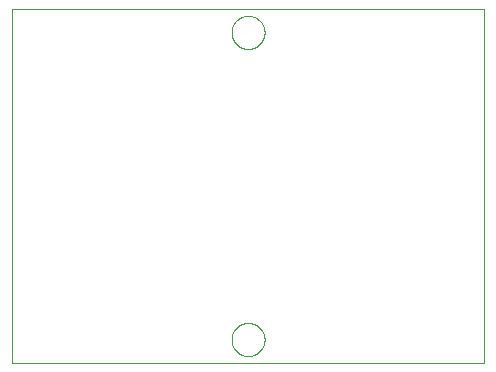
<source format=gtp>
G75*
%MOIN*%
%OFA0B0*%
%FSLAX25Y25*%
%IPPOS*%
%LPD*%
%AMOC8*
5,1,8,0,0,1.08239X$1,22.5*
%
%ADD10C,0.00000*%
D10*
X0008000Y0021082D02*
X0008000Y0139193D01*
X0165480Y0139193D01*
X0165480Y0021082D01*
X0008000Y0021082D01*
X0081228Y0028956D02*
X0081230Y0029104D01*
X0081236Y0029252D01*
X0081246Y0029400D01*
X0081260Y0029547D01*
X0081278Y0029694D01*
X0081299Y0029840D01*
X0081325Y0029986D01*
X0081355Y0030131D01*
X0081388Y0030275D01*
X0081426Y0030418D01*
X0081467Y0030560D01*
X0081512Y0030701D01*
X0081560Y0030841D01*
X0081613Y0030980D01*
X0081669Y0031117D01*
X0081729Y0031252D01*
X0081792Y0031386D01*
X0081859Y0031518D01*
X0081930Y0031648D01*
X0082004Y0031776D01*
X0082081Y0031902D01*
X0082162Y0032026D01*
X0082246Y0032148D01*
X0082333Y0032267D01*
X0082424Y0032384D01*
X0082518Y0032499D01*
X0082614Y0032611D01*
X0082714Y0032721D01*
X0082816Y0032827D01*
X0082922Y0032931D01*
X0083030Y0033032D01*
X0083141Y0033130D01*
X0083254Y0033226D01*
X0083370Y0033318D01*
X0083488Y0033407D01*
X0083609Y0033492D01*
X0083732Y0033575D01*
X0083857Y0033654D01*
X0083984Y0033730D01*
X0084113Y0033802D01*
X0084244Y0033871D01*
X0084377Y0033936D01*
X0084512Y0033997D01*
X0084648Y0034055D01*
X0084785Y0034110D01*
X0084924Y0034160D01*
X0085065Y0034207D01*
X0085206Y0034250D01*
X0085349Y0034290D01*
X0085493Y0034325D01*
X0085637Y0034357D01*
X0085783Y0034384D01*
X0085929Y0034408D01*
X0086076Y0034428D01*
X0086223Y0034444D01*
X0086370Y0034456D01*
X0086518Y0034464D01*
X0086666Y0034468D01*
X0086814Y0034468D01*
X0086962Y0034464D01*
X0087110Y0034456D01*
X0087257Y0034444D01*
X0087404Y0034428D01*
X0087551Y0034408D01*
X0087697Y0034384D01*
X0087843Y0034357D01*
X0087987Y0034325D01*
X0088131Y0034290D01*
X0088274Y0034250D01*
X0088415Y0034207D01*
X0088556Y0034160D01*
X0088695Y0034110D01*
X0088832Y0034055D01*
X0088968Y0033997D01*
X0089103Y0033936D01*
X0089236Y0033871D01*
X0089367Y0033802D01*
X0089496Y0033730D01*
X0089623Y0033654D01*
X0089748Y0033575D01*
X0089871Y0033492D01*
X0089992Y0033407D01*
X0090110Y0033318D01*
X0090226Y0033226D01*
X0090339Y0033130D01*
X0090450Y0033032D01*
X0090558Y0032931D01*
X0090664Y0032827D01*
X0090766Y0032721D01*
X0090866Y0032611D01*
X0090962Y0032499D01*
X0091056Y0032384D01*
X0091147Y0032267D01*
X0091234Y0032148D01*
X0091318Y0032026D01*
X0091399Y0031902D01*
X0091476Y0031776D01*
X0091550Y0031648D01*
X0091621Y0031518D01*
X0091688Y0031386D01*
X0091751Y0031252D01*
X0091811Y0031117D01*
X0091867Y0030980D01*
X0091920Y0030841D01*
X0091968Y0030701D01*
X0092013Y0030560D01*
X0092054Y0030418D01*
X0092092Y0030275D01*
X0092125Y0030131D01*
X0092155Y0029986D01*
X0092181Y0029840D01*
X0092202Y0029694D01*
X0092220Y0029547D01*
X0092234Y0029400D01*
X0092244Y0029252D01*
X0092250Y0029104D01*
X0092252Y0028956D01*
X0092250Y0028808D01*
X0092244Y0028660D01*
X0092234Y0028512D01*
X0092220Y0028365D01*
X0092202Y0028218D01*
X0092181Y0028072D01*
X0092155Y0027926D01*
X0092125Y0027781D01*
X0092092Y0027637D01*
X0092054Y0027494D01*
X0092013Y0027352D01*
X0091968Y0027211D01*
X0091920Y0027071D01*
X0091867Y0026932D01*
X0091811Y0026795D01*
X0091751Y0026660D01*
X0091688Y0026526D01*
X0091621Y0026394D01*
X0091550Y0026264D01*
X0091476Y0026136D01*
X0091399Y0026010D01*
X0091318Y0025886D01*
X0091234Y0025764D01*
X0091147Y0025645D01*
X0091056Y0025528D01*
X0090962Y0025413D01*
X0090866Y0025301D01*
X0090766Y0025191D01*
X0090664Y0025085D01*
X0090558Y0024981D01*
X0090450Y0024880D01*
X0090339Y0024782D01*
X0090226Y0024686D01*
X0090110Y0024594D01*
X0089992Y0024505D01*
X0089871Y0024420D01*
X0089748Y0024337D01*
X0089623Y0024258D01*
X0089496Y0024182D01*
X0089367Y0024110D01*
X0089236Y0024041D01*
X0089103Y0023976D01*
X0088968Y0023915D01*
X0088832Y0023857D01*
X0088695Y0023802D01*
X0088556Y0023752D01*
X0088415Y0023705D01*
X0088274Y0023662D01*
X0088131Y0023622D01*
X0087987Y0023587D01*
X0087843Y0023555D01*
X0087697Y0023528D01*
X0087551Y0023504D01*
X0087404Y0023484D01*
X0087257Y0023468D01*
X0087110Y0023456D01*
X0086962Y0023448D01*
X0086814Y0023444D01*
X0086666Y0023444D01*
X0086518Y0023448D01*
X0086370Y0023456D01*
X0086223Y0023468D01*
X0086076Y0023484D01*
X0085929Y0023504D01*
X0085783Y0023528D01*
X0085637Y0023555D01*
X0085493Y0023587D01*
X0085349Y0023622D01*
X0085206Y0023662D01*
X0085065Y0023705D01*
X0084924Y0023752D01*
X0084785Y0023802D01*
X0084648Y0023857D01*
X0084512Y0023915D01*
X0084377Y0023976D01*
X0084244Y0024041D01*
X0084113Y0024110D01*
X0083984Y0024182D01*
X0083857Y0024258D01*
X0083732Y0024337D01*
X0083609Y0024420D01*
X0083488Y0024505D01*
X0083370Y0024594D01*
X0083254Y0024686D01*
X0083141Y0024782D01*
X0083030Y0024880D01*
X0082922Y0024981D01*
X0082816Y0025085D01*
X0082714Y0025191D01*
X0082614Y0025301D01*
X0082518Y0025413D01*
X0082424Y0025528D01*
X0082333Y0025645D01*
X0082246Y0025764D01*
X0082162Y0025886D01*
X0082081Y0026010D01*
X0082004Y0026136D01*
X0081930Y0026264D01*
X0081859Y0026394D01*
X0081792Y0026526D01*
X0081729Y0026660D01*
X0081669Y0026795D01*
X0081613Y0026932D01*
X0081560Y0027071D01*
X0081512Y0027211D01*
X0081467Y0027352D01*
X0081426Y0027494D01*
X0081388Y0027637D01*
X0081355Y0027781D01*
X0081325Y0027926D01*
X0081299Y0028072D01*
X0081278Y0028218D01*
X0081260Y0028365D01*
X0081246Y0028512D01*
X0081236Y0028660D01*
X0081230Y0028808D01*
X0081228Y0028956D01*
X0081228Y0131319D02*
X0081230Y0131467D01*
X0081236Y0131615D01*
X0081246Y0131763D01*
X0081260Y0131910D01*
X0081278Y0132057D01*
X0081299Y0132203D01*
X0081325Y0132349D01*
X0081355Y0132494D01*
X0081388Y0132638D01*
X0081426Y0132781D01*
X0081467Y0132923D01*
X0081512Y0133064D01*
X0081560Y0133204D01*
X0081613Y0133343D01*
X0081669Y0133480D01*
X0081729Y0133615D01*
X0081792Y0133749D01*
X0081859Y0133881D01*
X0081930Y0134011D01*
X0082004Y0134139D01*
X0082081Y0134265D01*
X0082162Y0134389D01*
X0082246Y0134511D01*
X0082333Y0134630D01*
X0082424Y0134747D01*
X0082518Y0134862D01*
X0082614Y0134974D01*
X0082714Y0135084D01*
X0082816Y0135190D01*
X0082922Y0135294D01*
X0083030Y0135395D01*
X0083141Y0135493D01*
X0083254Y0135589D01*
X0083370Y0135681D01*
X0083488Y0135770D01*
X0083609Y0135855D01*
X0083732Y0135938D01*
X0083857Y0136017D01*
X0083984Y0136093D01*
X0084113Y0136165D01*
X0084244Y0136234D01*
X0084377Y0136299D01*
X0084512Y0136360D01*
X0084648Y0136418D01*
X0084785Y0136473D01*
X0084924Y0136523D01*
X0085065Y0136570D01*
X0085206Y0136613D01*
X0085349Y0136653D01*
X0085493Y0136688D01*
X0085637Y0136720D01*
X0085783Y0136747D01*
X0085929Y0136771D01*
X0086076Y0136791D01*
X0086223Y0136807D01*
X0086370Y0136819D01*
X0086518Y0136827D01*
X0086666Y0136831D01*
X0086814Y0136831D01*
X0086962Y0136827D01*
X0087110Y0136819D01*
X0087257Y0136807D01*
X0087404Y0136791D01*
X0087551Y0136771D01*
X0087697Y0136747D01*
X0087843Y0136720D01*
X0087987Y0136688D01*
X0088131Y0136653D01*
X0088274Y0136613D01*
X0088415Y0136570D01*
X0088556Y0136523D01*
X0088695Y0136473D01*
X0088832Y0136418D01*
X0088968Y0136360D01*
X0089103Y0136299D01*
X0089236Y0136234D01*
X0089367Y0136165D01*
X0089496Y0136093D01*
X0089623Y0136017D01*
X0089748Y0135938D01*
X0089871Y0135855D01*
X0089992Y0135770D01*
X0090110Y0135681D01*
X0090226Y0135589D01*
X0090339Y0135493D01*
X0090450Y0135395D01*
X0090558Y0135294D01*
X0090664Y0135190D01*
X0090766Y0135084D01*
X0090866Y0134974D01*
X0090962Y0134862D01*
X0091056Y0134747D01*
X0091147Y0134630D01*
X0091234Y0134511D01*
X0091318Y0134389D01*
X0091399Y0134265D01*
X0091476Y0134139D01*
X0091550Y0134011D01*
X0091621Y0133881D01*
X0091688Y0133749D01*
X0091751Y0133615D01*
X0091811Y0133480D01*
X0091867Y0133343D01*
X0091920Y0133204D01*
X0091968Y0133064D01*
X0092013Y0132923D01*
X0092054Y0132781D01*
X0092092Y0132638D01*
X0092125Y0132494D01*
X0092155Y0132349D01*
X0092181Y0132203D01*
X0092202Y0132057D01*
X0092220Y0131910D01*
X0092234Y0131763D01*
X0092244Y0131615D01*
X0092250Y0131467D01*
X0092252Y0131319D01*
X0092250Y0131171D01*
X0092244Y0131023D01*
X0092234Y0130875D01*
X0092220Y0130728D01*
X0092202Y0130581D01*
X0092181Y0130435D01*
X0092155Y0130289D01*
X0092125Y0130144D01*
X0092092Y0130000D01*
X0092054Y0129857D01*
X0092013Y0129715D01*
X0091968Y0129574D01*
X0091920Y0129434D01*
X0091867Y0129295D01*
X0091811Y0129158D01*
X0091751Y0129023D01*
X0091688Y0128889D01*
X0091621Y0128757D01*
X0091550Y0128627D01*
X0091476Y0128499D01*
X0091399Y0128373D01*
X0091318Y0128249D01*
X0091234Y0128127D01*
X0091147Y0128008D01*
X0091056Y0127891D01*
X0090962Y0127776D01*
X0090866Y0127664D01*
X0090766Y0127554D01*
X0090664Y0127448D01*
X0090558Y0127344D01*
X0090450Y0127243D01*
X0090339Y0127145D01*
X0090226Y0127049D01*
X0090110Y0126957D01*
X0089992Y0126868D01*
X0089871Y0126783D01*
X0089748Y0126700D01*
X0089623Y0126621D01*
X0089496Y0126545D01*
X0089367Y0126473D01*
X0089236Y0126404D01*
X0089103Y0126339D01*
X0088968Y0126278D01*
X0088832Y0126220D01*
X0088695Y0126165D01*
X0088556Y0126115D01*
X0088415Y0126068D01*
X0088274Y0126025D01*
X0088131Y0125985D01*
X0087987Y0125950D01*
X0087843Y0125918D01*
X0087697Y0125891D01*
X0087551Y0125867D01*
X0087404Y0125847D01*
X0087257Y0125831D01*
X0087110Y0125819D01*
X0086962Y0125811D01*
X0086814Y0125807D01*
X0086666Y0125807D01*
X0086518Y0125811D01*
X0086370Y0125819D01*
X0086223Y0125831D01*
X0086076Y0125847D01*
X0085929Y0125867D01*
X0085783Y0125891D01*
X0085637Y0125918D01*
X0085493Y0125950D01*
X0085349Y0125985D01*
X0085206Y0126025D01*
X0085065Y0126068D01*
X0084924Y0126115D01*
X0084785Y0126165D01*
X0084648Y0126220D01*
X0084512Y0126278D01*
X0084377Y0126339D01*
X0084244Y0126404D01*
X0084113Y0126473D01*
X0083984Y0126545D01*
X0083857Y0126621D01*
X0083732Y0126700D01*
X0083609Y0126783D01*
X0083488Y0126868D01*
X0083370Y0126957D01*
X0083254Y0127049D01*
X0083141Y0127145D01*
X0083030Y0127243D01*
X0082922Y0127344D01*
X0082816Y0127448D01*
X0082714Y0127554D01*
X0082614Y0127664D01*
X0082518Y0127776D01*
X0082424Y0127891D01*
X0082333Y0128008D01*
X0082246Y0128127D01*
X0082162Y0128249D01*
X0082081Y0128373D01*
X0082004Y0128499D01*
X0081930Y0128627D01*
X0081859Y0128757D01*
X0081792Y0128889D01*
X0081729Y0129023D01*
X0081669Y0129158D01*
X0081613Y0129295D01*
X0081560Y0129434D01*
X0081512Y0129574D01*
X0081467Y0129715D01*
X0081426Y0129857D01*
X0081388Y0130000D01*
X0081355Y0130144D01*
X0081325Y0130289D01*
X0081299Y0130435D01*
X0081278Y0130581D01*
X0081260Y0130728D01*
X0081246Y0130875D01*
X0081236Y0131023D01*
X0081230Y0131171D01*
X0081228Y0131319D01*
M02*

</source>
